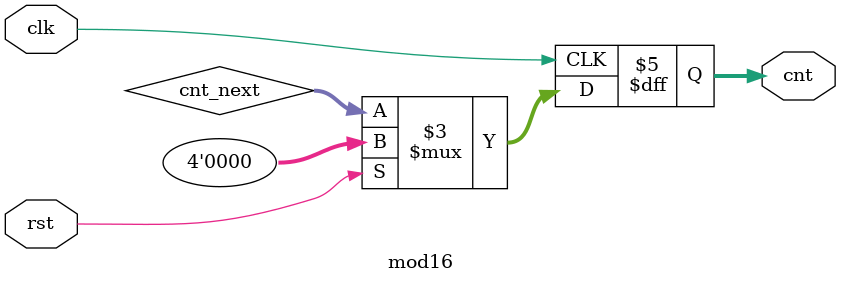
<source format=v>

module mod16 (clk,rst,cnt);
	input rst,clk;
	output reg[3:0] cnt;
	
	wire [3:0] b2,cnt_next,incr;
	
	
	always@(posedge clk) begin
		if(rst)
			cnt<=0;
		else
			cnt<= cnt_next;
	end
	
	`ifdef M1
	assign cnt_next=(cnt==15)?0:b2;
	
	assign b2=(cnt>8)?cnt+2:cnt+1;
	`endif
	
	`ifdef M2
	
	assign cnt_next =(cnt==15)?0:b2;

	assign b2=cnt+incr;
	
	assign incr= (cnt>8)?2:1;
	`endif
	
endmodule
</source>
